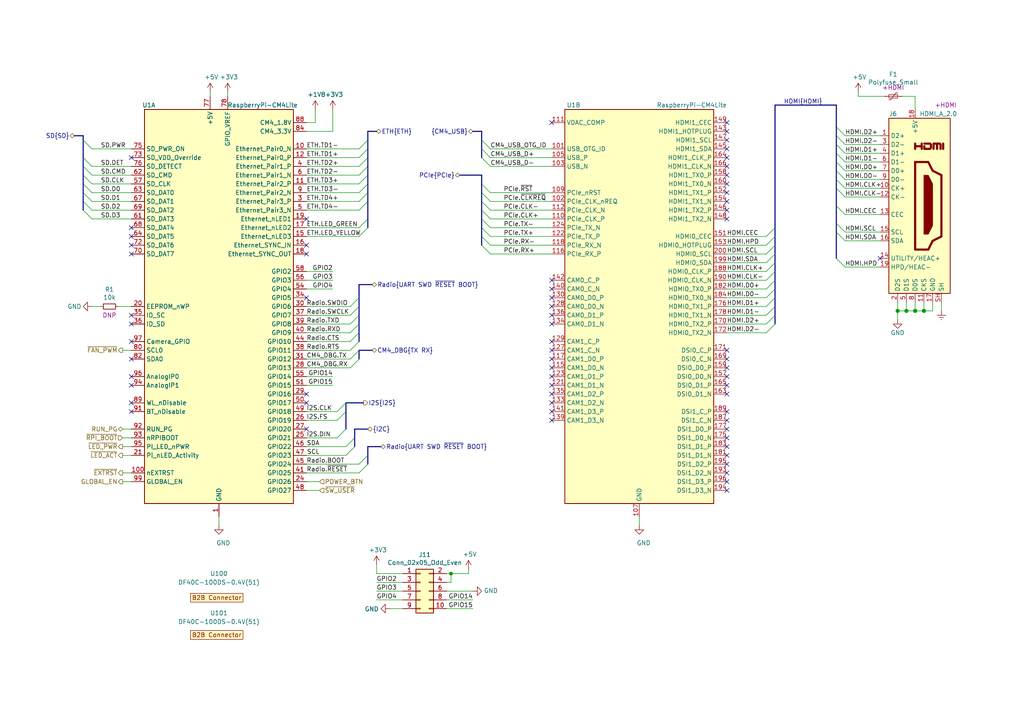
<source format=kicad_sch>
(kicad_sch (version 20210126) (generator eeschema)
  (paper "A4")
  (title_block (title "Compute Module 4") (date "2021-01-12") (rev "0.1") (company "Nabu Casa") (comment 1 "www.nabucasa.com") (comment 2 "Light Blue"))
  (bus_alias "PCIe" (members "~RST" "~CLKREQ" "CLK+" "CLK-" "TX+" "TX-" "RX+" "RX-"))
  (bus_alias "SD" (members "D[0..3]" "CMD" "CLK" "PWR" "DET"))
  (bus_alias "UART" (members "TXD" "RXD" "CTS" "RTS"))
  (bus_alias "HDMI" (members "D0+" "D0-" "D1+" "D1-" "D2+" "D2-" "CLK+" "CLK-" "CEC" "HPD" "SDA" "SCL"))
  (junction (at 130.81 166.37) (diameter 0.9144))
  (junction (at 260.35 90.17) (diameter 1.016))
  (junction (at 262.89 90.17) (diameter 1.016))
  (junction (at 265.43 90.17) (diameter 1.016))
  (junction (at 267.97 90.17) (diameter 1.016))
  (no_connect (at 38.1 45.72))
  (no_connect (at 38.1 66.04))
  (no_connect (at 38.1 68.58))
  (no_connect (at 38.1 71.12))
  (no_connect (at 38.1 73.66))
  (no_connect (at 38.1 91.44))
  (no_connect (at 38.1 93.98))
  (no_connect (at 38.1 99.06))
  (no_connect (at 38.1 104.14))
  (no_connect (at 38.1 109.22))
  (no_connect (at 38.1 111.76))
  (no_connect (at 38.1 116.84))
  (no_connect (at 38.1 119.38))
  (no_connect (at 88.9 63.5))
  (no_connect (at 88.9 71.12))
  (no_connect (at 88.9 73.66))
  (no_connect (at 88.9 86.36))
  (no_connect (at 88.9 114.3))
  (no_connect (at 88.9 116.84))
  (no_connect (at 88.9 124.46))
  (no_connect (at 160.02 35.56))
  (no_connect (at 160.02 81.28))
  (no_connect (at 160.02 83.82))
  (no_connect (at 160.02 86.36))
  (no_connect (at 160.02 88.9))
  (no_connect (at 160.02 91.44))
  (no_connect (at 160.02 93.98))
  (no_connect (at 160.02 99.06))
  (no_connect (at 160.02 101.6))
  (no_connect (at 160.02 104.14))
  (no_connect (at 160.02 106.68))
  (no_connect (at 160.02 109.22))
  (no_connect (at 160.02 111.76))
  (no_connect (at 160.02 114.3))
  (no_connect (at 160.02 116.84))
  (no_connect (at 160.02 119.38))
  (no_connect (at 160.02 121.92))
  (no_connect (at 210.82 35.56))
  (no_connect (at 210.82 38.1))
  (no_connect (at 210.82 40.64))
  (no_connect (at 210.82 43.18))
  (no_connect (at 210.82 45.72))
  (no_connect (at 210.82 48.26))
  (no_connect (at 210.82 50.8))
  (no_connect (at 210.82 53.34))
  (no_connect (at 210.82 55.88))
  (no_connect (at 210.82 58.42))
  (no_connect (at 210.82 60.96))
  (no_connect (at 210.82 63.5))
  (no_connect (at 210.82 101.6))
  (no_connect (at 210.82 104.14))
  (no_connect (at 210.82 106.68))
  (no_connect (at 210.82 109.22))
  (no_connect (at 210.82 111.76))
  (no_connect (at 210.82 114.3))
  (no_connect (at 210.82 119.38))
  (no_connect (at 210.82 121.92))
  (no_connect (at 210.82 124.46))
  (no_connect (at 210.82 127))
  (no_connect (at 210.82 129.54))
  (no_connect (at 210.82 132.08))
  (no_connect (at 210.82 134.62))
  (no_connect (at 210.82 137.16))
  (no_connect (at 210.82 139.7))
  (no_connect (at 210.82 142.24))
  (no_connect (at 255.27 74.93))
  (bus_entry (at 24.13 40.64) (size 2.54 2.54) (stroke (width 0.1524)))
  (bus_entry (at 24.13 45.72) (size 2.54 2.54) (stroke (width 0.1524)))
  (bus_entry (at 24.13 48.26) (size 2.54 2.54) (stroke (width 0.1524)))
  (bus_entry (at 24.13 50.8) (size 2.54 2.54) (stroke (width 0.1524)))
  (bus_entry (at 24.13 53.34) (size 2.54 2.54) (stroke (width 0.1524)))
  (bus_entry (at 24.13 55.88) (size 2.54 2.54) (stroke (width 0.1524)))
  (bus_entry (at 24.13 58.42) (size 2.54 2.54) (stroke (width 0.1524)))
  (bus_entry (at 24.13 60.96) (size 2.54 2.54) (stroke (width 0.1524)))
  (bus_entry (at 100.33 116.84) (size -2.54 2.54) (stroke (width 0.1524)))
  (bus_entry (at 100.33 119.38) (size -2.54 2.54) (stroke (width 0.1524)))
  (bus_entry (at 100.33 124.46) (size -2.54 2.54) (stroke (width 0.1524)))
  (bus_entry (at 102.87 127) (size -2.54 2.54) (stroke (width 0.1524)))
  (bus_entry (at 102.87 129.54) (size -2.54 2.54) (stroke (width 0.1524)))
  (bus_entry (at 104.14 43.18) (size 2.54 -2.54) (stroke (width 0.1524)))
  (bus_entry (at 104.14 45.72) (size 2.54 -2.54) (stroke (width 0.1524)))
  (bus_entry (at 104.14 48.26) (size 2.54 -2.54) (stroke (width 0.1524)))
  (bus_entry (at 104.14 50.8) (size 2.54 -2.54) (stroke (width 0.1524)))
  (bus_entry (at 104.14 53.34) (size 2.54 -2.54) (stroke (width 0.1524)))
  (bus_entry (at 104.14 55.88) (size 2.54 -2.54) (stroke (width 0.1524)))
  (bus_entry (at 104.14 58.42) (size 2.54 -2.54) (stroke (width 0.1524)))
  (bus_entry (at 104.14 60.96) (size 2.54 -2.54) (stroke (width 0.1524)))
  (bus_entry (at 104.14 66.04) (size 2.54 -2.54) (stroke (width 0.1524)))
  (bus_entry (at 104.14 68.58) (size 2.54 -2.54) (stroke (width 0.1524)))
  (bus_entry (at 104.14 86.36) (size -2.54 2.54) (stroke (width 0.1524)))
  (bus_entry (at 104.14 88.9) (size -2.54 2.54) (stroke (width 0.1524)))
  (bus_entry (at 104.14 91.44) (size -2.54 2.54) (stroke (width 0.1524)))
  (bus_entry (at 104.14 93.98) (size -2.54 2.54) (stroke (width 0.1524)))
  (bus_entry (at 104.14 96.52) (size -2.54 2.54) (stroke (width 0.1524)))
  (bus_entry (at 104.14 99.06) (size -2.54 2.54) (stroke (width 0.1524)))
  (bus_entry (at 104.14 101.6) (size -2.54 2.54) (stroke (width 0.1524)))
  (bus_entry (at 104.14 104.14) (size -2.54 2.54) (stroke (width 0.1524)))
  (bus_entry (at 106.68 132.08) (size -2.54 2.54) (stroke (width 0.1524)))
  (bus_entry (at 106.68 134.62) (size -2.54 2.54) (stroke (width 0.1524)))
  (bus_entry (at 139.7 40.64) (size 2.54 2.54) (stroke (width 0.1524)))
  (bus_entry (at 139.7 43.18) (size 2.54 2.54) (stroke (width 0.1524)))
  (bus_entry (at 139.7 45.72) (size 2.54 2.54) (stroke (width 0.1524)))
  (bus_entry (at 139.7 53.34) (size 2.54 2.54) (stroke (width 0.1524)))
  (bus_entry (at 139.7 55.88) (size 2.54 2.54) (stroke (width 0.1524)))
  (bus_entry (at 139.7 58.42) (size 2.54 2.54) (stroke (width 0.1524)))
  (bus_entry (at 139.7 60.96) (size 2.54 2.54) (stroke (width 0.1524)))
  (bus_entry (at 139.7 63.5) (size 2.54 2.54) (stroke (width 0.1524)))
  (bus_entry (at 139.7 66.04) (size 2.54 2.54) (stroke (width 0.1524)))
  (bus_entry (at 139.7 68.58) (size 2.54 2.54) (stroke (width 0.1524)))
  (bus_entry (at 139.7 71.12) (size 2.54 2.54) (stroke (width 0.1524)))
  (bus_entry (at 224.79 66.04) (size -2.54 2.54) (stroke (width 0.1524)))
  (bus_entry (at 224.79 68.58) (size -2.54 2.54) (stroke (width 0.1524)))
  (bus_entry (at 224.79 71.12) (size -2.54 2.54) (stroke (width 0.1524)))
  (bus_entry (at 224.79 73.66) (size -2.54 2.54) (stroke (width 0.1524)))
  (bus_entry (at 224.79 76.2) (size -2.54 2.54) (stroke (width 0.1524)))
  (bus_entry (at 224.79 78.74) (size -2.54 2.54) (stroke (width 0.1524)))
  (bus_entry (at 224.79 81.28) (size -2.54 2.54) (stroke (width 0.1524)))
  (bus_entry (at 224.79 83.82) (size -2.54 2.54) (stroke (width 0.1524)))
  (bus_entry (at 224.79 86.36) (size -2.54 2.54) (stroke (width 0.1524)))
  (bus_entry (at 224.79 88.9) (size -2.54 2.54) (stroke (width 0.1524)))
  (bus_entry (at 224.79 91.44) (size -2.54 2.54) (stroke (width 0.1524)))
  (bus_entry (at 224.79 93.98) (size -2.54 2.54) (stroke (width 0.1524)))
  (bus_entry (at 242.57 36.83) (size 2.54 2.54) (stroke (width 0.1524)))
  (bus_entry (at 242.57 39.37) (size 2.54 2.54) (stroke (width 0.1524)))
  (bus_entry (at 242.57 41.91) (size 2.54 2.54) (stroke (width 0.1524)))
  (bus_entry (at 242.57 44.45) (size 2.54 2.54) (stroke (width 0.1524)))
  (bus_entry (at 242.57 46.99) (size 2.54 2.54) (stroke (width 0.1524)))
  (bus_entry (at 242.57 49.53) (size 2.54 2.54) (stroke (width 0.1524)))
  (bus_entry (at 242.57 52.07) (size 2.54 2.54) (stroke (width 0.1524)))
  (bus_entry (at 242.57 54.61) (size 2.54 2.54) (stroke (width 0.1524)))
  (bus_entry (at 242.57 59.69) (size 2.54 2.54) (stroke (width 0.1524)))
  (bus_entry (at 242.57 64.77) (size 2.54 2.54) (stroke (width 0.1524)))
  (bus_entry (at 242.57 67.31) (size 2.54 2.54) (stroke (width 0.1524)))
  (bus_entry (at 242.57 74.93) (size 2.54 2.54) (stroke (width 0.1524)))
  (wire (pts (xy 26.67 43.18) (xy 38.1 43.18)))
  (wire (pts (xy 26.67 48.26) (xy 38.1 48.26)))
  (wire (pts (xy 26.67 50.8) (xy 38.1 50.8)))
  (wire (pts (xy 26.67 53.34) (xy 38.1 53.34)))
  (wire (pts (xy 26.67 55.88) (xy 38.1 55.88)))
  (wire (pts (xy 26.67 58.42) (xy 38.1 58.42)))
  (wire (pts (xy 26.67 60.96) (xy 38.1 60.96)))
  (wire (pts (xy 26.67 63.5) (xy 38.1 63.5)))
  (wire (pts (xy 26.67 88.9) (xy 29.21 88.9)))
  (wire (pts (xy 34.29 88.9) (xy 38.1 88.9)))
  (wire (pts (xy 35.56 101.6) (xy 38.1 101.6)))
  (wire (pts (xy 35.56 124.46) (xy 38.1 124.46)))
  (wire (pts (xy 35.56 127) (xy 38.1 127)))
  (wire (pts (xy 35.56 129.54) (xy 38.1 129.54)))
  (wire (pts (xy 35.56 132.08) (xy 38.1 132.08)))
  (wire (pts (xy 35.56 137.16) (xy 38.1 137.16)))
  (wire (pts (xy 35.56 139.7) (xy 38.1 139.7)))
  (wire (pts (xy 60.96 26.67) (xy 60.96 27.94)))
  (wire (pts (xy 63.5 149.86) (xy 63.5 152.4)))
  (wire (pts (xy 66.04 26.67) (xy 66.04 27.94)))
  (wire (pts (xy 88.9 35.56) (xy 91.44 35.56)))
  (wire (pts (xy 88.9 38.1) (xy 96.52 38.1)))
  (wire (pts (xy 88.9 43.18) (xy 104.14 43.18)))
  (wire (pts (xy 88.9 45.72) (xy 104.14 45.72)))
  (wire (pts (xy 88.9 48.26) (xy 104.14 48.26)))
  (wire (pts (xy 88.9 50.8) (xy 104.14 50.8)))
  (wire (pts (xy 88.9 53.34) (xy 104.14 53.34)))
  (wire (pts (xy 88.9 55.88) (xy 104.14 55.88)))
  (wire (pts (xy 88.9 58.42) (xy 104.14 58.42)))
  (wire (pts (xy 88.9 60.96) (xy 104.14 60.96)))
  (wire (pts (xy 88.9 66.04) (xy 104.14 66.04)))
  (wire (pts (xy 88.9 68.58) (xy 104.14 68.58)))
  (wire (pts (xy 88.9 88.9) (xy 101.6 88.9)))
  (wire (pts (xy 88.9 91.44) (xy 101.6 91.44)))
  (wire (pts (xy 88.9 93.98) (xy 101.6 93.98)))
  (wire (pts (xy 88.9 96.52) (xy 101.6 96.52)))
  (wire (pts (xy 88.9 99.06) (xy 101.6 99.06)))
  (wire (pts (xy 88.9 101.6) (xy 101.6 101.6)))
  (wire (pts (xy 88.9 104.14) (xy 101.6 104.14)))
  (wire (pts (xy 88.9 106.68) (xy 101.6 106.68)))
  (wire (pts (xy 88.9 109.22) (xy 96.52 109.22)))
  (wire (pts (xy 88.9 111.76) (xy 96.52 111.76)))
  (wire (pts (xy 88.9 119.38) (xy 97.79 119.38)))
  (wire (pts (xy 88.9 121.92) (xy 97.79 121.92)))
  (wire (pts (xy 88.9 127) (xy 97.79 127)))
  (wire (pts (xy 88.9 129.54) (xy 100.33 129.54)))
  (wire (pts (xy 88.9 132.08) (xy 100.33 132.08)))
  (wire (pts (xy 88.9 134.62) (xy 104.14 134.62)))
  (wire (pts (xy 88.9 137.16) (xy 104.14 137.16)))
  (wire (pts (xy 88.9 139.7) (xy 92.71 139.7)))
  (wire (pts (xy 88.9 142.24) (xy 92.71 142.24)))
  (wire (pts (xy 91.44 35.56) (xy 91.44 31.75)))
  (wire (pts (xy 96.52 38.1) (xy 96.52 31.75)))
  (wire (pts (xy 96.52 78.74) (xy 88.9 78.74)))
  (wire (pts (xy 96.52 81.28) (xy 88.9 81.28)))
  (wire (pts (xy 96.52 83.82) (xy 88.9 83.82)))
  (wire (pts (xy 109.22 166.37) (xy 109.22 163.83)))
  (wire (pts (xy 109.22 168.91) (xy 116.84 168.91)))
  (wire (pts (xy 109.22 171.45) (xy 116.84 171.45)))
  (wire (pts (xy 109.22 173.99) (xy 116.84 173.99)))
  (wire (pts (xy 113.03 176.53) (xy 116.84 176.53)))
  (wire (pts (xy 116.84 166.37) (xy 109.22 166.37)))
  (wire (pts (xy 129.54 166.37) (xy 130.81 166.37)))
  (wire (pts (xy 129.54 168.91) (xy 130.81 168.91)))
  (wire (pts (xy 129.54 171.45) (xy 137.16 171.45)))
  (wire (pts (xy 129.54 173.99) (xy 137.16 173.99)))
  (wire (pts (xy 129.54 176.53) (xy 137.16 176.53)))
  (wire (pts (xy 130.81 166.37) (xy 135.89 166.37)))
  (wire (pts (xy 130.81 168.91) (xy 130.81 166.37)))
  (wire (pts (xy 135.89 166.37) (xy 135.89 165.1)))
  (wire (pts (xy 142.24 43.18) (xy 160.02 43.18)))
  (wire (pts (xy 142.24 45.72) (xy 160.02 45.72)))
  (wire (pts (xy 142.24 48.26) (xy 160.02 48.26)))
  (wire (pts (xy 142.24 55.88) (xy 160.02 55.88)))
  (wire (pts (xy 142.24 58.42) (xy 160.02 58.42)))
  (wire (pts (xy 142.24 60.96) (xy 160.02 60.96)))
  (wire (pts (xy 142.24 63.5) (xy 160.02 63.5)))
  (wire (pts (xy 142.24 66.04) (xy 160.02 66.04)))
  (wire (pts (xy 142.24 68.58) (xy 160.02 68.58)))
  (wire (pts (xy 142.24 71.12) (xy 160.02 71.12)))
  (wire (pts (xy 142.24 73.66) (xy 160.02 73.66)))
  (wire (pts (xy 185.42 149.86) (xy 185.42 152.4)))
  (wire (pts (xy 210.82 68.58) (xy 222.25 68.58)))
  (wire (pts (xy 210.82 71.12) (xy 222.25 71.12)))
  (wire (pts (xy 210.82 73.66) (xy 222.25 73.66)))
  (wire (pts (xy 210.82 76.2) (xy 222.25 76.2)))
  (wire (pts (xy 210.82 78.74) (xy 222.25 78.74)))
  (wire (pts (xy 210.82 81.28) (xy 222.25 81.28)))
  (wire (pts (xy 210.82 83.82) (xy 222.25 83.82)))
  (wire (pts (xy 210.82 86.36) (xy 222.25 86.36)))
  (wire (pts (xy 210.82 88.9) (xy 222.25 88.9)))
  (wire (pts (xy 210.82 91.44) (xy 222.25 91.44)))
  (wire (pts (xy 210.82 93.98) (xy 222.25 93.98)))
  (wire (pts (xy 210.82 96.52) (xy 222.25 96.52)))
  (wire (pts (xy 245.11 39.37) (xy 255.27 39.37)))
  (wire (pts (xy 245.11 41.91) (xy 255.27 41.91)))
  (wire (pts (xy 245.11 44.45) (xy 255.27 44.45)))
  (wire (pts (xy 245.11 46.99) (xy 255.27 46.99)))
  (wire (pts (xy 245.11 49.53) (xy 255.27 49.53)))
  (wire (pts (xy 245.11 52.07) (xy 255.27 52.07)))
  (wire (pts (xy 245.11 54.61) (xy 255.27 54.61)))
  (wire (pts (xy 245.11 57.15) (xy 255.27 57.15)))
  (wire (pts (xy 245.11 62.23) (xy 255.27 62.23)))
  (wire (pts (xy 245.11 67.31) (xy 255.27 67.31)))
  (wire (pts (xy 245.11 69.85) (xy 255.27 69.85)))
  (wire (pts (xy 245.11 77.47) (xy 255.27 77.47)))
  (wire (pts (xy 248.92 27.94) (xy 248.92 26.67)))
  (wire (pts (xy 256.54 27.94) (xy 248.92 27.94)))
  (wire (pts (xy 260.35 87.63) (xy 260.35 90.17)))
  (wire (pts (xy 260.35 90.17) (xy 260.35 92.71)))
  (wire (pts (xy 260.35 90.17) (xy 262.89 90.17)))
  (wire (pts (xy 262.89 90.17) (xy 262.89 87.63)))
  (wire (pts (xy 262.89 90.17) (xy 265.43 90.17)))
  (wire (pts (xy 265.43 27.94) (xy 261.62 27.94)))
  (wire (pts (xy 265.43 31.75) (xy 265.43 27.94)))
  (wire (pts (xy 265.43 90.17) (xy 265.43 87.63)))
  (wire (pts (xy 265.43 90.17) (xy 267.97 90.17)))
  (wire (pts (xy 267.97 90.17) (xy 267.97 87.63)))
  (wire (pts (xy 267.97 90.17) (xy 270.51 90.17)))
  (wire (pts (xy 270.51 90.17) (xy 270.51 87.63)))
  (wire (pts (xy 273.05 90.17) (xy 273.05 87.63)))
  (bus (pts (xy 21.59 39.37) (xy 24.13 39.37)))
  (bus (pts (xy 24.13 40.64) (xy 24.13 39.37)))
  (bus (pts (xy 24.13 45.72) (xy 24.13 40.64)))
  (bus (pts (xy 24.13 48.26) (xy 24.13 45.72)))
  (bus (pts (xy 24.13 50.8) (xy 24.13 48.26)))
  (bus (pts (xy 24.13 53.34) (xy 24.13 50.8)))
  (bus (pts (xy 24.13 55.88) (xy 24.13 53.34)))
  (bus (pts (xy 24.13 58.42) (xy 24.13 55.88)))
  (bus (pts (xy 24.13 60.96) (xy 24.13 58.42)))
  (bus (pts (xy 100.33 116.84) (xy 100.33 119.38)))
  (bus (pts (xy 100.33 119.38) (xy 100.33 124.46)))
  (bus (pts (xy 102.87 124.46) (xy 102.87 127)))
  (bus (pts (xy 102.87 127) (xy 102.87 129.54)))
  (bus (pts (xy 104.14 82.55) (xy 104.14 86.36)))
  (bus (pts (xy 104.14 86.36) (xy 104.14 88.9)))
  (bus (pts (xy 104.14 88.9) (xy 104.14 91.44)))
  (bus (pts (xy 104.14 91.44) (xy 104.14 93.98)))
  (bus (pts (xy 104.14 93.98) (xy 104.14 96.52)))
  (bus (pts (xy 104.14 96.52) (xy 104.14 99.06)))
  (bus (pts (xy 104.14 101.6) (xy 107.95 101.6)))
  (bus (pts (xy 104.14 104.14) (xy 104.14 101.6)))
  (bus (pts (xy 105.41 116.84) (xy 100.33 116.84)))
  (bus (pts (xy 106.68 38.1) (xy 109.22 38.1)))
  (bus (pts (xy 106.68 40.64) (xy 106.68 38.1)))
  (bus (pts (xy 106.68 43.18) (xy 106.68 40.64)))
  (bus (pts (xy 106.68 45.72) (xy 106.68 43.18)))
  (bus (pts (xy 106.68 48.26) (xy 106.68 45.72)))
  (bus (pts (xy 106.68 50.8) (xy 106.68 48.26)))
  (bus (pts (xy 106.68 53.34) (xy 106.68 50.8)))
  (bus (pts (xy 106.68 55.88) (xy 106.68 53.34)))
  (bus (pts (xy 106.68 58.42) (xy 106.68 55.88)))
  (bus (pts (xy 106.68 63.5) (xy 106.68 58.42)))
  (bus (pts (xy 106.68 66.04) (xy 106.68 63.5)))
  (bus (pts (xy 106.68 124.46) (xy 102.87 124.46)))
  (bus (pts (xy 106.68 129.54) (xy 106.68 132.08)))
  (bus (pts (xy 106.68 132.08) (xy 106.68 134.62)))
  (bus (pts (xy 107.95 82.55) (xy 104.14 82.55)))
  (bus (pts (xy 110.49 129.54) (xy 106.68 129.54)))
  (bus (pts (xy 133.35 50.8) (xy 139.7 50.8)))
  (bus (pts (xy 137.16 38.1) (xy 139.7 38.1)))
  (bus (pts (xy 139.7 40.64) (xy 139.7 38.1)))
  (bus (pts (xy 139.7 40.64) (xy 139.7 43.18)))
  (bus (pts (xy 139.7 43.18) (xy 139.7 45.72)))
  (bus (pts (xy 139.7 53.34) (xy 139.7 50.8)))
  (bus (pts (xy 139.7 53.34) (xy 139.7 55.88)))
  (bus (pts (xy 139.7 55.88) (xy 139.7 58.42)))
  (bus (pts (xy 139.7 58.42) (xy 139.7 60.96)))
  (bus (pts (xy 139.7 60.96) (xy 139.7 63.5)))
  (bus (pts (xy 139.7 63.5) (xy 139.7 66.04)))
  (bus (pts (xy 139.7 66.04) (xy 139.7 68.58)))
  (bus (pts (xy 139.7 68.58) (xy 139.7 71.12)))
  (bus (pts (xy 224.79 30.48) (xy 224.79 66.04)))
  (bus (pts (xy 224.79 66.04) (xy 224.79 68.58)))
  (bus (pts (xy 224.79 68.58) (xy 224.79 71.12)))
  (bus (pts (xy 224.79 71.12) (xy 224.79 73.66)))
  (bus (pts (xy 224.79 73.66) (xy 224.79 76.2)))
  (bus (pts (xy 224.79 76.2) (xy 224.79 78.74)))
  (bus (pts (xy 224.79 78.74) (xy 224.79 81.28)))
  (bus (pts (xy 224.79 81.28) (xy 224.79 83.82)))
  (bus (pts (xy 224.79 83.82) (xy 224.79 86.36)))
  (bus (pts (xy 224.79 86.36) (xy 224.79 88.9)))
  (bus (pts (xy 224.79 88.9) (xy 224.79 91.44)))
  (bus (pts (xy 224.79 91.44) (xy 224.79 93.98)))
  (bus (pts (xy 242.57 30.48) (xy 224.79 30.48)))
  (bus (pts (xy 242.57 36.83) (xy 242.57 30.48)))
  (bus (pts (xy 242.57 39.37) (xy 242.57 36.83)))
  (bus (pts (xy 242.57 41.91) (xy 242.57 39.37)))
  (bus (pts (xy 242.57 44.45) (xy 242.57 41.91)))
  (bus (pts (xy 242.57 46.99) (xy 242.57 44.45)))
  (bus (pts (xy 242.57 49.53) (xy 242.57 46.99)))
  (bus (pts (xy 242.57 52.07) (xy 242.57 49.53)))
  (bus (pts (xy 242.57 54.61) (xy 242.57 52.07)))
  (bus (pts (xy 242.57 59.69) (xy 242.57 54.61)))
  (bus (pts (xy 242.57 64.77) (xy 242.57 59.69)))
  (bus (pts (xy 242.57 67.31) (xy 242.57 64.77)))
  (bus (pts (xy 242.57 74.93) (xy 242.57 67.31)))
  (label "SD.PWR" (at 29.21 43.18 0))
  (label "SD.DET" (at 29.21 48.26 0))
  (label "SD.CMD" (at 29.21 50.8 0))
  (label "SD.CLK" (at 29.21 53.34 0))
  (label "SD.D0" (at 29.21 55.88 0))
  (label "SD.D1" (at 29.21 58.42 0))
  (label "SD.D2" (at 29.21 60.96 0))
  (label "SD.D3" (at 29.21 63.5 0))
  (label "ETH.TD1-" (at 88.9 43.18 0))
  (label "ETH.TD1+" (at 88.9 45.72 0))
  (label "ETH.TD2+" (at 88.9 48.26 0))
  (label "ETH.TD2-" (at 88.9 50.8 0))
  (label "ETH.TD3+" (at 88.9 53.34 0))
  (label "ETH.TD3-" (at 88.9 55.88 0))
  (label "ETH.TD4+" (at 88.9 58.42 0))
  (label "ETH.TD4-" (at 88.9 60.96 0))
  (label "ETH.LED_GREEN" (at 88.9 66.04 0))
  (label "ETH.LED_YELLOW" (at 88.9 68.58 0))
  (label "Radio.SWDIO" (at 88.9 88.9 0))
  (label "Radio.SWCLK" (at 88.9 91.44 0))
  (label "Radio.TXD" (at 88.9 93.98 0))
  (label "Radio.RXD" (at 88.9 96.52 0))
  (label "Radio.CTS" (at 88.9 99.06 0))
  (label "Radio.RTS" (at 88.9 101.6 0))
  (label "CM4_DBG.TX" (at 88.9 104.14 0))
  (label "CM4_DBG.RX" (at 88.9 106.68 0))
  (label "I2S.CLK" (at 88.9 119.38 0))
  (label "I2S.FS" (at 88.9 121.92 0))
  (label "I2S.DIN" (at 88.9 127 0))
  (label "Radio.BOOT" (at 88.9 134.62 0))
  (label "Radio.~RESET" (at 88.9 137.16 0))
  (label "SDA" (at 92.71 129.54 180))
  (label "SCL" (at 92.71 132.08 180))
  (label "GPIO2" (at 96.52 78.74 180))
  (label "GPIO3" (at 96.52 81.28 180))
  (label "GPIO4" (at 96.52 83.82 180))
  (label "GPIO14" (at 96.52 109.22 180))
  (label "GPIO15" (at 96.52 111.76 180))
  (label "GPIO2" (at 109.22 168.91 0))
  (label "GPIO3" (at 109.22 171.45 0))
  (label "GPIO4" (at 109.22 173.99 0))
  (label "GPIO14" (at 137.16 173.99 180))
  (label "GPIO15" (at 137.16 176.53 180))
  (label "CM4_USB_OTG_ID" (at 142.24 43.18 0))
  (label "CM4_USB_D+" (at 142.24 45.72 0))
  (label "CM4_USB_D-" (at 142.24 48.26 0))
  (label "PCIe.~RST" (at 146.05 55.88 0))
  (label "PCIe.~CLKREQ" (at 146.05 58.42 0))
  (label "PCIe.CLK-" (at 146.05 60.96 0))
  (label "PCIe.CLK+" (at 146.05 63.5 0))
  (label "PCIe.TX-" (at 146.05 66.04 0))
  (label "PCIe.TX+" (at 146.05 68.58 0))
  (label "PCIe.RX-" (at 146.05 71.12 0))
  (label "PCIe.RX+" (at 146.05 73.66 0))
  (label "HDMI.CEC" (at 210.82 68.58 0))
  (label "HDMI.HPD" (at 210.82 71.12 0))
  (label "HDMI.SCL" (at 210.82 73.66 0))
  (label "HDMI.SDA" (at 210.82 76.2 0))
  (label "HDMI.CLK+" (at 210.82 78.74 0))
  (label "HDMI.CLK-" (at 210.82 81.28 0))
  (label "HDMI.D0+" (at 210.82 83.82 0))
  (label "HDMI.D0-" (at 210.82 86.36 0))
  (label "HDMI.D1+" (at 210.82 88.9 0))
  (label "HDMI.D1-" (at 210.82 91.44 0))
  (label "HDMI.D2+" (at 210.82 93.98 0))
  (label "HDMI.D2-" (at 210.82 96.52 0))
  (label "HDMI{HDMI}" (at 227.33 30.48 0))
  (label "HDMI.D2+" (at 245.11 39.37 0))
  (label "HDMI.D2-" (at 245.11 41.91 0))
  (label "HDMI.D1+" (at 245.11 44.45 0))
  (label "HDMI.D1-" (at 245.11 46.99 0))
  (label "HDMI.D0+" (at 245.11 49.53 0))
  (label "HDMI.D0-" (at 245.11 52.07 0))
  (label "HDMI.CLK+" (at 245.11 54.61 0))
  (label "HDMI.CLK-" (at 245.11 57.15 0))
  (label "HDMI.CEC" (at 245.11 62.23 0))
  (label "HDMI.SCL" (at 245.11 67.31 0))
  (label "HDMI.SDA" (at 245.11 69.85 0))
  (label "HDMI.HPD" (at 245.11 77.47 0))
  (hierarchical_label "SD{SD}" (shape bidirectional) (at 21.59 39.37 180))
  (hierarchical_label "~FAN_PWM" (shape output) (at 35.56 101.6 180))
  (hierarchical_label "RUN_PG" (shape bidirectional) (at 35.56 124.46 180))
  (hierarchical_label "~RPI_BOOT" (shape input) (at 35.56 127 180))
  (hierarchical_label "~LED_PWR" (shape output) (at 35.56 129.54 180))
  (hierarchical_label "~LED_ACT" (shape output) (at 35.56 132.08 180))
  (hierarchical_label "~EXTRST" (shape output) (at 35.56 137.16 180))
  (hierarchical_label "GLOBAL_EN" (shape output) (at 35.56 139.7 180))
  (hierarchical_label "POWER_BTN" (shape input) (at 92.71 139.7 0))
  (hierarchical_label "~SW_USER" (shape input) (at 92.71 142.24 0))
  (hierarchical_label "I2S{I2S}" (shape output) (at 105.41 116.84 0))
  (hierarchical_label "{I2C}" (shape bidirectional) (at 106.68 124.46 0))
  (hierarchical_label "Radio{UART SWD ~RESET BOOT}" (shape bidirectional) (at 107.95 82.55 0))
  (hierarchical_label "CM4_DBG{TX RX}" (shape bidirectional) (at 107.95 101.6 0))
  (hierarchical_label "ETH{ETH}" (shape bidirectional) (at 109.22 38.1 0))
  (hierarchical_label "Radio{UART SWD ~RESET BOOT}" (shape bidirectional) (at 110.49 129.54 0))
  (hierarchical_label "PCIe{PCIe}" (shape bidirectional) (at 133.35 50.8 180))
  (hierarchical_label "{CM4_USB}" (shape bidirectional) (at 137.16 38.1 180))
  (symbol (lib_id "power:+5V") (at 60.96 26.67 0) (unit 1)
    (property "Reference" "#PWR0105" (effects hide))
    (property "Value" "+5V" (at 61.3283 22.3456 0))
  )
  (symbol (lib_id "power:+3V3") (at 66.04 26.67 0) (unit 1)
    (property "Reference" "#PWR0106" (effects hide))
    (property "Value" "+3V3" (at 66.4083 22.3456 0))
  )
  (symbol (lib_id "power:+1V8") (at 91.44 31.75 0) (unit 1)
    (property "Reference" "#PWR0107" (effects hide))
    (property "Value" "+1V8" (at 91.8083 27.4256 0))
  )
  (symbol (lib_id "power:+3V3") (at 96.52 31.75 0) (unit 1)
    (property "Reference" "#PWR0108" (effects hide))
    (property "Value" "+3V3" (at 96.8883 27.4256 0))
  )
  (symbol (lib_id "power:+3V3") (at 109.22 163.83 0) (unit 1)
    (property "Reference" "#PWR0111" (effects hide))
    (property "Value" "+3V3" (at 109.5883 159.5056 0))
  )
  (symbol (lib_id "power:+5V") (at 135.89 165.1 0) (unit 1)
    (property "Reference" "#PWR0112" (effects hide))
    (property "Value" "+5V" (at 136.2583 160.7756 0))
  )
  (symbol (lib_id "power:+5V") (at 248.92 26.67 0) (unit 1)
    (property "Reference" "#PWR0103" (effects hide))
    (property "Value" "+5V" (at 249.2883 22.3456 0))
  )
  (symbol (lib_id "power:GND") (at 26.67 88.9 270) (unit 1)
    (property "Reference" "#PWR0104" (effects hide))
    (property "Value" "GND" (at 21.59 88.9 90))
  )
  (symbol (lib_id "power:GND") (at 63.5 152.4 0) (unit 1)
    (property "Reference" "#PWR0109" (effects hide))
    (property "Value" "GND" (at 64.77 157.48 0))
  )
  (symbol (lib_id "power:GND") (at 113.03 176.53 270) (unit 1)
    (property "Reference" "#PWR0110" (effects hide))
    (property "Value" "GND" (at 109.855 176.6443 90) (effects (justify right)))
  )
  (symbol (lib_id "power:GND") (at 137.16 171.45 90) (unit 1)
    (property "Reference" "#PWR0113" (effects hide))
    (property "Value" "GND" (at 140.3351 171.3357 90) (effects (justify right)))
  )
  (symbol (lib_id "power:GND") (at 185.42 152.4 0) (unit 1)
    (property "Reference" "#PWR0114" (effects hide))
    (property "Value" "GND" (at 186.69 157.48 0))
  )
  (symbol (lib_id "power:GND") (at 260.35 92.71 0) (unit 1)
    (property "Reference" "#PWR0101" (effects hide))
    (property "Value" "GND" (at 260.35 96.52 0))
  )
  (symbol (lib_id "power:Earth") (at 273.05 90.17 0) (unit 1)
    (property "Reference" "#PWR0102" (effects hide))
    (property "Value" "Earth" (effects hide))
  )
  (symbol (lib_id "Device:R_Small") (at 31.75 88.9 90) (unit 1)
    (property "Reference" "R1" (at 31.75 83.9532 90))
    (property "Value" "10k" (at 31.75 86.252 90))
    (property "Footprint" "Resistor_SMD:R_0402_1005Metric" (effects hide))
    (property "Config" "DNP" (at 31.75 91.44 90))
  )
  (symbol (lib_id "Device:Polyfuse_Small") (at 259.08 27.94 90) (unit 1)
    (property "Reference" "F1" (at 259.08 21.5708 90))
    (property "Value" "Polyfuse_Small" (at 259.08 23.8695 90))
    (property "Footprint" "Fuse:Fuse_1206_3216Metric" (effects hide))
    (property "Config" "+HDMI" (at 259.08 25.4 90))
    (property "Manufacturer" "Bel Fuse" (effects hide))
    (property "PartNumber" "0ZCJ0010FF2E" (effects hide))
  )
  (symbol (lib_id "LightBlue:DF40C-100DS-0.4V(51)") (at 62.865 173.355 0) (unit 1) (on_board no)
    (property "Reference" "U100" (at 63.5 166.37 0))
    (property "Value" "DF40C-100DS-0.4V(51)" (at 63.5 168.91 0))
    (property "Datasheet" "https://www.hirose.com/product/download/?distributor=digikey&type=specSheet&lang=en&num=DF40C-100DS-0.4V(51)" (effects hide))
    (property "Manufacturer" "Hirose Electric" (effects hide))
    (property "PartNumber" "DF40C-100DS-0.4V(51)" (effects hide))
  )
  (symbol (lib_id "LightBlue:DF40C-100DS-0.4V(51)") (at 62.865 184.15 0) (unit 1) (on_board no)
    (property "Reference" "U101" (at 63.5 177.8 0))
    (property "Value" "DF40C-100DS-0.4V(51)" (at 63.5 180.34 0))
    (property "Datasheet" "https://www.hirose.com/product/download/?distributor=digikey&type=specSheet&lang=en&num=DF40C-100DS-0.4V(51)" (effects hide))
    (property "Manufacturer" "Hirose Electric" (effects hide))
    (property "PartNumber" "DF40C-100DS-0.4V(51)" (effects hide))
  )
  (symbol (lib_id "Connector_Generic:Conn_02x05_Odd_Even") (at 121.92 171.45 0) (unit 1)
    (property "Reference" "J11" (at 123.19 160.8898 0))
    (property "Value" "Conn_02x05_Odd_Even" (at 123.19 163.1885 0))
    (property "Footprint" "Connector_PinHeader_2.54mm:PinHeader_2x05_P2.54mm_Vertical" (effects hide))
    (property "Manufacturer" "Adam Tech" (effects hide))
    (property "PartNumber" "PH2-10-UA" (effects hide))
  )
  (symbol (lib_id "Connector:HDMI_A_1.4") (at 265.43 59.69 0) (unit 1)
    (property "Reference" "J6" (at 257.81 33.02 0) (effects (justify left)))
    (property "Value" "HDMI_A_2.0" (at 266.7 33.02 0) (effects (justify left)))
    (property "Footprint" "LightBlue:HDMI_A_Molex_2086588131_Horizontal" (effects hide))
    (property "Datasheet" "https://en.wikipedia.org/wiki/HDMI" (effects hide))
    (property "Config" "+HDMI" (at 274.32 30.48 0))
    (property "Manufacturer" "Molex" (effects hide))
    (property "PartNumber" "208658-8131" (effects hide))
  )
  (symbol (lib_name "LightBlue:RaspberryPi-CM4Lite_1") (lib_id "LightBlue:RaspberryPi-CM4Lite") (at 185.42 88.9 0) (unit 2)
    (property "Reference" "U1" (at 166.37 30.48 0))
    (property "Value" "RaspberryPi-CM4Lite" (at 200.66 30.48 0))
    (property "Footprint" "LightBlue:RaspberryPi-CM4" (effects hide))
    (property "Manufacturer" "Raspberry Pi Foundation" (effects hide))
    (property "PartNumber" "CM4002016" (effects hide))
  )
  (symbol (lib_id "LightBlue:RaspberryPi-CM4Lite") (at 63.5 88.9 0) (unit 1)
    (property "Reference" "U1" (at 43.18 30.48 0))
    (property "Value" "RaspberryPi-CM4Lite" (at 76.2 30.48 0))
    (property "Footprint" "LightBlue:RaspberryPi-CM4" (effects hide))
    (property "Datasheet" "https://datasheets.raspberrypi.org/cm4/cm4-datasheet.pdf" (effects hide))
    (property "Manufacturer" "Raspberry Pi Foundation" (effects hide))
    (property "PartNumber" "CM4002016" (effects hide))
    (pin "76" (alternate "SD_DETECT"))
  )
)
</source>
